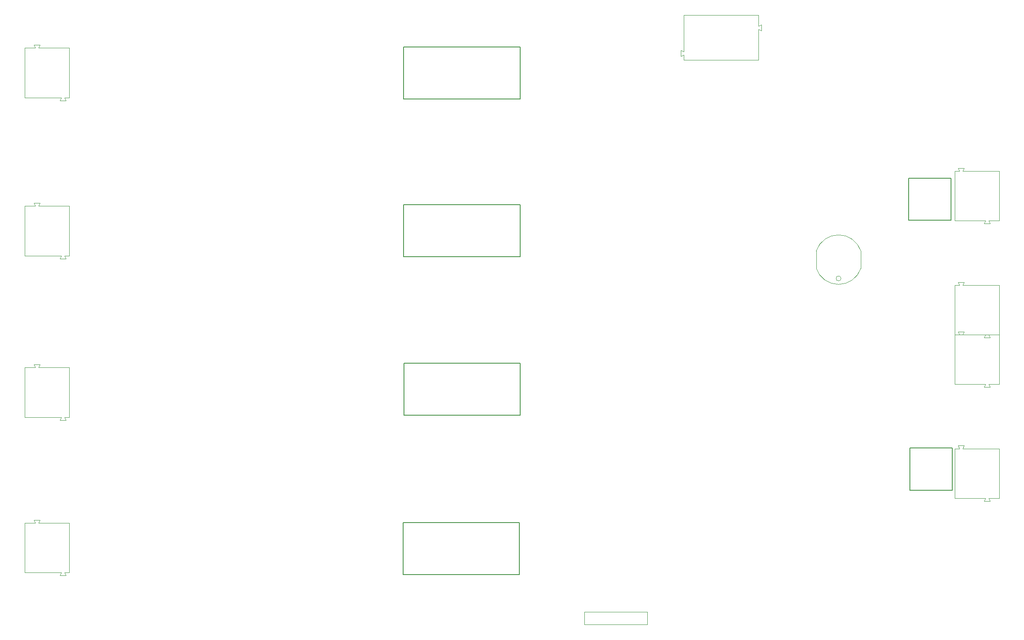
<source format=gbr>
%TF.GenerationSoftware,Altium Limited,Altium Designer,21.6.4 (81)*%
G04 Layer_Color=32768*
%FSLAX43Y43*%
%MOMM*%
%TF.SameCoordinates,95A2699C-722C-4572-8EE5-7BEA9F810E30*%
%TF.FilePolarity,Positive*%
%TF.FileFunction,Other,Top_3D_Body*%
%TF.Part,Single*%
G01*
G75*
%TA.AperFunction,NonConductor*%
%ADD94C,0.200*%
%ADD137C,0.100*%
D94*
X-122571Y111473D02*
X-99071D01*
X-122571D02*
Y121973D01*
X-99071D01*
Y111473D02*
Y121973D01*
X-122571Y79673D02*
X-99071D01*
X-122571D02*
Y90173D01*
X-99071D01*
Y79673D02*
Y90173D01*
X-122698Y15538D02*
X-99198D01*
X-122698D02*
Y26038D01*
X-99198D01*
Y15538D02*
Y26038D01*
X-11879Y32534D02*
Y41034D01*
X-20379Y32534D02*
X-11879D01*
X-20379D02*
Y41034D01*
X-11879D01*
X-20633Y87023D02*
Y95523D01*
X-12133D01*
Y87023D02*
Y95523D01*
X-20633Y87023D02*
X-12133D01*
X-122544Y47669D02*
X-99044D01*
X-122544D02*
Y58169D01*
X-99044D01*
Y47669D02*
Y58169D01*
D137*
X-34298Y75281D02*
G03*
X-34298Y75281I-500J0D01*
G01*
X-39298Y77331D02*
G03*
X-30298Y77331I4500J1490D01*
G01*
Y80831D02*
G03*
X-39298Y80831I-4500J-1490D01*
G01*
Y77331D02*
Y80831D01*
X-30298Y77331D02*
Y80831D01*
X-86106Y7961D02*
X-73406D01*
X-86106Y5421D02*
X-73406D01*
X-86106D02*
Y7961D01*
X-73406Y5421D02*
Y7961D01*
X-9700Y73932D02*
X-9450Y74532D01*
X-10650D02*
X-9450D01*
X-10650D02*
X-10400Y73932D01*
X-5450Y63332D02*
X-5200Y63932D01*
X-4500D02*
X-4250Y63332D01*
X-5450D02*
X-4250D01*
X-11350Y63932D02*
X-5200D01*
X-4500D02*
X-2350D01*
Y73932D01*
X-11350Y63932D02*
Y73932D01*
X-10400D01*
X-9700D02*
X-2350D01*
X-9700Y63928D02*
X-9450Y64528D01*
X-10650D02*
X-9450D01*
X-10650D02*
X-10400Y63928D01*
X-5450Y53328D02*
X-5200Y53928D01*
X-4500D02*
X-4250Y53328D01*
X-5450D02*
X-4250D01*
X-11350Y53928D02*
X-5200D01*
X-4500D02*
X-2350D01*
Y63928D01*
X-11350Y53928D02*
Y63928D01*
X-10400D01*
X-9700D02*
X-2350D01*
X-9700Y40941D02*
X-2350D01*
X-11350D02*
X-10400D01*
X-11350Y30941D02*
Y40941D01*
X-2350Y30941D02*
Y40941D01*
X-4500Y30941D02*
X-2350D01*
X-11350D02*
X-5200D01*
X-5450Y30341D02*
X-4250D01*
X-4500Y30941D02*
X-4250Y30341D01*
X-5450D02*
X-5200Y30941D01*
X-10650Y41541D02*
X-10400Y40941D01*
X-10650Y41541D02*
X-9450D01*
X-9700Y40941D02*
X-9450Y41541D01*
X-9700Y96948D02*
X-2350D01*
X-11350D02*
X-10400D01*
X-11350Y86948D02*
Y96948D01*
X-2350Y86948D02*
Y96948D01*
X-4500Y86948D02*
X-2350D01*
X-11350D02*
X-5200D01*
X-5450Y86348D02*
X-4250D01*
X-4500Y86948D02*
X-4250Y86348D01*
X-5450D02*
X-5200Y86948D01*
X-10650Y97548D02*
X-10400Y96948D01*
X-10650Y97548D02*
X-9450D01*
X-9700Y96948D02*
X-9450Y97548D01*
X-51000Y125570D02*
X-50400Y125320D01*
X-51000Y126270D02*
X-50400Y126520D01*
Y125320D02*
Y126520D01*
X-51000Y119420D02*
Y125570D01*
Y126270D02*
Y128420D01*
X-66000D02*
X-51000D01*
X-66000Y119420D02*
X-51000D01*
X-66000Y121070D02*
Y128420D01*
Y119420D02*
Y120370D01*
X-66600Y120120D02*
X-66000Y120370D01*
X-66600Y120120D02*
Y121320D01*
X-66000Y121070D01*
X-199064Y111800D02*
X-191714D01*
X-191014D02*
X-190064D01*
Y121800D01*
X-199064Y111800D02*
Y121800D01*
X-196914D01*
X-196214D02*
X-190064D01*
X-197164Y122400D02*
X-195964D01*
X-197164D02*
X-196914Y121800D01*
X-196214D02*
X-195964Y122400D01*
X-191014Y111800D02*
X-190764Y111200D01*
X-191964D02*
X-190764D01*
X-191964D02*
X-191714Y111800D01*
X-199072Y79883D02*
X-191722D01*
X-191022D02*
X-190072D01*
Y89883D01*
X-199072Y79883D02*
Y89883D01*
X-196922D01*
X-196222D02*
X-190072D01*
X-197172Y90483D02*
X-195972D01*
X-197172D02*
X-196922Y89883D01*
X-196222D02*
X-195972Y90483D01*
X-191022Y79883D02*
X-190772Y79283D01*
X-191972D02*
X-190772D01*
X-191972D02*
X-191722Y79883D01*
X-199064Y47284D02*
X-191714D01*
X-191014D02*
X-190064D01*
Y57284D01*
X-199064Y47284D02*
Y57284D01*
X-196914D01*
X-196214D02*
X-190064D01*
X-197164Y57884D02*
X-195964D01*
X-197164D02*
X-196914Y57284D01*
X-196214D02*
X-195964Y57884D01*
X-191014Y47284D02*
X-190764Y46684D01*
X-191964D02*
X-190764D01*
X-191964D02*
X-191714Y47284D01*
X-199064Y15915D02*
X-191714D01*
X-191014D02*
X-190064D01*
Y25915D01*
X-199064Y15915D02*
Y25915D01*
X-196914D01*
X-196214D02*
X-190064D01*
X-197164Y26515D02*
X-195964D01*
X-197164D02*
X-196914Y25915D01*
X-196214D02*
X-195964Y26515D01*
X-191014Y15915D02*
X-190764Y15315D01*
X-191964D02*
X-190764D01*
X-191964D02*
X-191714Y15915D01*
%TF.MD5,055584b8bff588140f86ea5cb7607804*%
M02*

</source>
